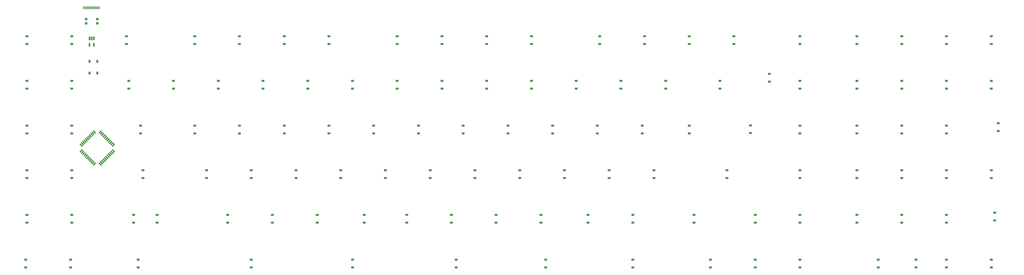
<source format=gbp>
G04 #@! TF.GenerationSoftware,KiCad,Pcbnew,(5.0.0-rc2-dev-733-g23a9fcd91)*
G04 #@! TF.CreationDate,2018-05-31T02:42:35-04:00*
G04 #@! TF.ProjectId,100plus,313030706C75732E6B696361645F7063,rev?*
G04 #@! TF.SameCoordinates,Original*
G04 #@! TF.FileFunction,Paste,Bot*
G04 #@! TF.FilePolarity,Positive*
%FSLAX45Y45*%
G04 Gerber Fmt 4.5, Leading zero omitted, Abs format (unit mm)*
G04 Created by KiCad (PCBNEW (5.0.0-rc2-dev-733-g23a9fcd91)) date 05/31/18 02:42:35*
%MOMM*%
%LPD*%
G01*
G04 APERTURE LIST*
%ADD10R,1.200000X0.900000*%
%ADD11R,0.900000X1.200000*%
%ADD12R,0.300000X1.150000*%
%ADD13R,0.600000X1.150000*%
%ADD14R,1.000000X0.995000*%
%ADD15R,0.650000X1.560000*%
%ADD16C,0.550000*%
%ADD17C,0.100000*%
G04 APERTURE END LIST*
D10*
X11700000Y-15235000D03*
X11700000Y-15565000D03*
X32900000Y-13335000D03*
X32900000Y-13665000D03*
D11*
X9763125Y-10600000D03*
X9433125Y-10600000D03*
X9763125Y-11100000D03*
X9433125Y-11100000D03*
D10*
X6776250Y-9865000D03*
X6776250Y-9535000D03*
X8676250Y-9535000D03*
X8676250Y-9865000D03*
X11000000Y-9865000D03*
X11000000Y-9535000D03*
X13900000Y-9535000D03*
X13900000Y-9865000D03*
X15800000Y-9865000D03*
X15800000Y-9535000D03*
X17700000Y-9535000D03*
X17700000Y-9865000D03*
X19600000Y-9865000D03*
X19600000Y-9535000D03*
X22500000Y-9535000D03*
X22500000Y-9865000D03*
X24400000Y-9865000D03*
X24400000Y-9535000D03*
X26300000Y-9865000D03*
X26300000Y-9535000D03*
X28200000Y-9865000D03*
X28200000Y-9535000D03*
X31100000Y-9535000D03*
X31100000Y-9865000D03*
X33000000Y-9865000D03*
X33000000Y-9535000D03*
X34900000Y-9535000D03*
X34900000Y-9865000D03*
X36800000Y-9865000D03*
X36800000Y-9535000D03*
X39600000Y-9535000D03*
X39600000Y-9865000D03*
X42023750Y-9865000D03*
X42023750Y-9535000D03*
X43923750Y-9535000D03*
X43923750Y-9865000D03*
X45823750Y-9865000D03*
X45823750Y-9535000D03*
X47723750Y-9535000D03*
X47723750Y-9865000D03*
X6776250Y-11765000D03*
X6776250Y-11435000D03*
X8676250Y-11435000D03*
X8676250Y-11765000D03*
X11100000Y-11765000D03*
X11100000Y-11435000D03*
X13000000Y-11435000D03*
X13000000Y-11765000D03*
X14900000Y-11765000D03*
X14900000Y-11435000D03*
X16800000Y-11435000D03*
X16800000Y-11765000D03*
X18700000Y-11765000D03*
X18700000Y-11435000D03*
X20600000Y-11435000D03*
X20600000Y-11765000D03*
X22500000Y-11765000D03*
X22500000Y-11435000D03*
X24400000Y-11435000D03*
X24400000Y-11765000D03*
X26300000Y-11435000D03*
X26300000Y-11765000D03*
X28200000Y-11435000D03*
X28200000Y-11765000D03*
X30100000Y-11765000D03*
X30100000Y-11435000D03*
X32000000Y-11435000D03*
X32000000Y-11765000D03*
X33900000Y-11765000D03*
X33900000Y-11435000D03*
X36200000Y-11435000D03*
X36200000Y-11765000D03*
X38300000Y-11465000D03*
X38300000Y-11135000D03*
X39600000Y-11435000D03*
X39600000Y-11765000D03*
X42023750Y-11765000D03*
X42023750Y-11435000D03*
X43923750Y-11435000D03*
X43923750Y-11765000D03*
X45823750Y-11435000D03*
X45823750Y-11765000D03*
X47723750Y-11435000D03*
X47723750Y-11765000D03*
X6776250Y-13665000D03*
X6776250Y-13335000D03*
X8676250Y-13335000D03*
X8676250Y-13665000D03*
X11600000Y-13665000D03*
X11600000Y-13335000D03*
X13900000Y-13335000D03*
X13900000Y-13665000D03*
X15800000Y-13665000D03*
X15800000Y-13335000D03*
X17700000Y-13335000D03*
X17700000Y-13665000D03*
X19600000Y-13665000D03*
X19600000Y-13335000D03*
X21500000Y-13335000D03*
X21500000Y-13665000D03*
X23400000Y-13665000D03*
X23400000Y-13335000D03*
X25300000Y-13335000D03*
X25300000Y-13665000D03*
X27200000Y-13665000D03*
X27200000Y-13335000D03*
X29100000Y-13335000D03*
X29100000Y-13665000D03*
X31000000Y-13665000D03*
X31000000Y-13335000D03*
X34900000Y-13665000D03*
X34900000Y-13335000D03*
X37497000Y-13326000D03*
X37497000Y-13656000D03*
X39600000Y-13665000D03*
X39600000Y-13335000D03*
X42023750Y-13335000D03*
X42023750Y-13665000D03*
X43923750Y-13665000D03*
X43923750Y-13335000D03*
X45823750Y-13335000D03*
X45823750Y-13665000D03*
X48023750Y-13565000D03*
X48023750Y-13235000D03*
X6776250Y-15235000D03*
X6776250Y-15565000D03*
X8676250Y-15565000D03*
X8676250Y-15235000D03*
X14400000Y-15565000D03*
X14400000Y-15235000D03*
X16300000Y-15235000D03*
X16300000Y-15565000D03*
X18200000Y-15565000D03*
X18200000Y-15235000D03*
X20100000Y-15235000D03*
X20100000Y-15565000D03*
X22000000Y-15565000D03*
X22000000Y-15235000D03*
X23900000Y-15235000D03*
X23900000Y-15565000D03*
X25800000Y-15565000D03*
X25800000Y-15235000D03*
X27700000Y-15565000D03*
X27700000Y-15235000D03*
X29600000Y-15565000D03*
X29600000Y-15235000D03*
X31500000Y-15235000D03*
X31500000Y-15565000D03*
X33400000Y-15565000D03*
X33400000Y-15235000D03*
X36500000Y-15235000D03*
X36500000Y-15565000D03*
X39600000Y-15565000D03*
X39600000Y-15235000D03*
X42023750Y-15235000D03*
X42023750Y-15565000D03*
X43923750Y-15565000D03*
X43923750Y-15235000D03*
X45823750Y-15235000D03*
X45823750Y-15565000D03*
X47723750Y-15565000D03*
X47723750Y-15235000D03*
X6776250Y-17465000D03*
X6776250Y-17135000D03*
X8676250Y-17465000D03*
X8676250Y-17135000D03*
X11300000Y-17465000D03*
X11300000Y-17135000D03*
X12300000Y-17135000D03*
X12300000Y-17465000D03*
X15300000Y-17465000D03*
X15300000Y-17135000D03*
X17200000Y-17135000D03*
X17200000Y-17465000D03*
X19100000Y-17135000D03*
X19100000Y-17465000D03*
X21100000Y-17465000D03*
X21100000Y-17135000D03*
X22900000Y-17135000D03*
X22900000Y-17465000D03*
X24800000Y-17135000D03*
X24800000Y-17465000D03*
X26700000Y-17135000D03*
X26700000Y-17465000D03*
X28600000Y-17135000D03*
X28600000Y-17465000D03*
X30600000Y-17135000D03*
X30600000Y-17465000D03*
X32500000Y-17135000D03*
X32500000Y-17465000D03*
X35100000Y-17465000D03*
X35100000Y-17135000D03*
X37700000Y-17465000D03*
X37700000Y-17135000D03*
X39600000Y-17135000D03*
X39600000Y-17465000D03*
X42023750Y-17135000D03*
X42023750Y-17465000D03*
X43923750Y-17135000D03*
X43923750Y-17465000D03*
X45823750Y-17135000D03*
X45823750Y-17465000D03*
X47873750Y-17365000D03*
X47873750Y-17035000D03*
X6726250Y-19365000D03*
X6726250Y-19035000D03*
X8626250Y-19365000D03*
X8626250Y-19035000D03*
X11500000Y-19035000D03*
X11500000Y-19365000D03*
X16300000Y-19035000D03*
X16300000Y-19365000D03*
X20600000Y-19365000D03*
X20600000Y-19035000D03*
X25000000Y-19365000D03*
X25000000Y-19035000D03*
X28800000Y-19365000D03*
X28800000Y-19035000D03*
X32500000Y-19035000D03*
X32500000Y-19365000D03*
X35800000Y-19365000D03*
X35800000Y-19035000D03*
X37700000Y-19365000D03*
X37700000Y-19035000D03*
X39600000Y-19365000D03*
X39600000Y-19035000D03*
X42923750Y-19365000D03*
X42923750Y-19035000D03*
X44523750Y-19365000D03*
X44523750Y-19035000D03*
X45823750Y-19035000D03*
X45823750Y-19365000D03*
X47723750Y-19365000D03*
X47723750Y-19035000D03*
D12*
X9492380Y-8326400D03*
D13*
X9837380Y-8326400D03*
X9757380Y-8326400D03*
X9277380Y-8326400D03*
X9197380Y-8326400D03*
D12*
X9542380Y-8326400D03*
X9592380Y-8326400D03*
X9642380Y-8326400D03*
X9692380Y-8326400D03*
X9442380Y-8326400D03*
X9392380Y-8326400D03*
X9342380Y-8326400D03*
D14*
X9763125Y-8810625D03*
X9763125Y-8988125D03*
X9286875Y-8988750D03*
X9286875Y-8811250D03*
D15*
X9430000Y-9630000D03*
X9525000Y-9630000D03*
X9620000Y-9630000D03*
X9620000Y-9900000D03*
X9430000Y-9900000D03*
D16*
X9642917Y-14973394D03*
D17*
G36*
X9609329Y-15045872D02*
X9570438Y-15006981D01*
X9676504Y-14900915D01*
X9715395Y-14939806D01*
X9609329Y-15045872D01*
X9609329Y-15045872D01*
G37*
D16*
X9586348Y-14916825D03*
D17*
G36*
X9552761Y-14989303D02*
X9513870Y-14950413D01*
X9619936Y-14844347D01*
X9658827Y-14883237D01*
X9552761Y-14989303D01*
X9552761Y-14989303D01*
G37*
D16*
X9529780Y-14860256D03*
D17*
G36*
X9496192Y-14932735D02*
X9457301Y-14893844D01*
X9563367Y-14787778D01*
X9602258Y-14826669D01*
X9496192Y-14932735D01*
X9496192Y-14932735D01*
G37*
D16*
X9473211Y-14803688D03*
D17*
G36*
X9439624Y-14876166D02*
X9400733Y-14837276D01*
X9506799Y-14731210D01*
X9545690Y-14770100D01*
X9439624Y-14876166D01*
X9439624Y-14876166D01*
G37*
D16*
X9416643Y-14747119D03*
D17*
G36*
X9383055Y-14819598D02*
X9344164Y-14780707D01*
X9450230Y-14674641D01*
X9489121Y-14713532D01*
X9383055Y-14819598D01*
X9383055Y-14819598D01*
G37*
D16*
X9360074Y-14690551D03*
D17*
G36*
X9326487Y-14763029D02*
X9287596Y-14724138D01*
X9393662Y-14618072D01*
X9432553Y-14656963D01*
X9326487Y-14763029D01*
X9326487Y-14763029D01*
G37*
D16*
X9303506Y-14633982D03*
D17*
G36*
X9269918Y-14706461D02*
X9231027Y-14667570D01*
X9337093Y-14561504D01*
X9375984Y-14600395D01*
X9269918Y-14706461D01*
X9269918Y-14706461D01*
G37*
D16*
X9246937Y-14577414D03*
D17*
G36*
X9213349Y-14649892D02*
X9174459Y-14611001D01*
X9280525Y-14504935D01*
X9319415Y-14543826D01*
X9213349Y-14649892D01*
X9213349Y-14649892D01*
G37*
D16*
X9190369Y-14520845D03*
D17*
G36*
X9156781Y-14593324D02*
X9117890Y-14554433D01*
X9223956Y-14448367D01*
X9262847Y-14487258D01*
X9156781Y-14593324D01*
X9156781Y-14593324D01*
G37*
D16*
X9133800Y-14464277D03*
D17*
G36*
X9100212Y-14536755D02*
X9061322Y-14497864D01*
X9167388Y-14391798D01*
X9206278Y-14430689D01*
X9100212Y-14536755D01*
X9100212Y-14536755D01*
G37*
D16*
X9077231Y-14407708D03*
D17*
G36*
X9043644Y-14480187D02*
X9004753Y-14441296D01*
X9110819Y-14335230D01*
X9149710Y-14374121D01*
X9043644Y-14480187D01*
X9043644Y-14480187D01*
G37*
D16*
X9077231Y-14167292D03*
D17*
G36*
X9004753Y-14133704D02*
X9043644Y-14094813D01*
X9149710Y-14200879D01*
X9110819Y-14239770D01*
X9004753Y-14133704D01*
X9004753Y-14133704D01*
G37*
D16*
X9133800Y-14110723D03*
D17*
G36*
X9061322Y-14077136D02*
X9100212Y-14038245D01*
X9206278Y-14144311D01*
X9167388Y-14183202D01*
X9061322Y-14077136D01*
X9061322Y-14077136D01*
G37*
D16*
X9190369Y-14054155D03*
D17*
G36*
X9117890Y-14020567D02*
X9156781Y-13981676D01*
X9262847Y-14087742D01*
X9223956Y-14126633D01*
X9117890Y-14020567D01*
X9117890Y-14020567D01*
G37*
D16*
X9246937Y-13997586D03*
D17*
G36*
X9174459Y-13963999D02*
X9213349Y-13925108D01*
X9319415Y-14031174D01*
X9280525Y-14070065D01*
X9174459Y-13963999D01*
X9174459Y-13963999D01*
G37*
D16*
X9303506Y-13941018D03*
D17*
G36*
X9231027Y-13907430D02*
X9269918Y-13868539D01*
X9375984Y-13974605D01*
X9337093Y-14013496D01*
X9231027Y-13907430D01*
X9231027Y-13907430D01*
G37*
D16*
X9360074Y-13884449D03*
D17*
G36*
X9287596Y-13850861D02*
X9326487Y-13811971D01*
X9432553Y-13918037D01*
X9393662Y-13956927D01*
X9287596Y-13850861D01*
X9287596Y-13850861D01*
G37*
D16*
X9416643Y-13827881D03*
D17*
G36*
X9344164Y-13794293D02*
X9383055Y-13755402D01*
X9489121Y-13861468D01*
X9450230Y-13900359D01*
X9344164Y-13794293D01*
X9344164Y-13794293D01*
G37*
D16*
X9473211Y-13771312D03*
D17*
G36*
X9400733Y-13737724D02*
X9439624Y-13698834D01*
X9545690Y-13804900D01*
X9506799Y-13843790D01*
X9400733Y-13737724D01*
X9400733Y-13737724D01*
G37*
D16*
X9529780Y-13714743D03*
D17*
G36*
X9457301Y-13681156D02*
X9496192Y-13642265D01*
X9602258Y-13748331D01*
X9563367Y-13787222D01*
X9457301Y-13681156D01*
X9457301Y-13681156D01*
G37*
D16*
X9586348Y-13658175D03*
D17*
G36*
X9513870Y-13624587D02*
X9552761Y-13585697D01*
X9658827Y-13691763D01*
X9619936Y-13730653D01*
X9513870Y-13624587D01*
X9513870Y-13624587D01*
G37*
D16*
X9642917Y-13601606D03*
D17*
G36*
X9570438Y-13568019D02*
X9609329Y-13529128D01*
X9715395Y-13635194D01*
X9676504Y-13674085D01*
X9570438Y-13568019D01*
X9570438Y-13568019D01*
G37*
D16*
X9883333Y-13601606D03*
D17*
G36*
X9849746Y-13674085D02*
X9810855Y-13635194D01*
X9916921Y-13529128D01*
X9955812Y-13568019D01*
X9849746Y-13674085D01*
X9849746Y-13674085D01*
G37*
D16*
X9939902Y-13658175D03*
D17*
G36*
X9906314Y-13730653D02*
X9867423Y-13691763D01*
X9973489Y-13585697D01*
X10012380Y-13624587D01*
X9906314Y-13730653D01*
X9906314Y-13730653D01*
G37*
D16*
X9996470Y-13714743D03*
D17*
G36*
X9962883Y-13787222D02*
X9923992Y-13748331D01*
X10030058Y-13642265D01*
X10068949Y-13681156D01*
X9962883Y-13787222D01*
X9962883Y-13787222D01*
G37*
D16*
X10053039Y-13771312D03*
D17*
G36*
X10019451Y-13843790D02*
X9980560Y-13804900D01*
X10086626Y-13698834D01*
X10125517Y-13737724D01*
X10019451Y-13843790D01*
X10019451Y-13843790D01*
G37*
D16*
X10109607Y-13827881D03*
D17*
G36*
X10076020Y-13900359D02*
X10037129Y-13861468D01*
X10143195Y-13755402D01*
X10182086Y-13794293D01*
X10076020Y-13900359D01*
X10076020Y-13900359D01*
G37*
D16*
X10166176Y-13884449D03*
D17*
G36*
X10132588Y-13956927D02*
X10093698Y-13918037D01*
X10199764Y-13811971D01*
X10238654Y-13850861D01*
X10132588Y-13956927D01*
X10132588Y-13956927D01*
G37*
D16*
X10222744Y-13941018D03*
D17*
G36*
X10189157Y-14013496D02*
X10150266Y-13974605D01*
X10256332Y-13868539D01*
X10295223Y-13907430D01*
X10189157Y-14013496D01*
X10189157Y-14013496D01*
G37*
D16*
X10279313Y-13997586D03*
D17*
G36*
X10245725Y-14070065D02*
X10206835Y-14031174D01*
X10312901Y-13925108D01*
X10351791Y-13963999D01*
X10245725Y-14070065D01*
X10245725Y-14070065D01*
G37*
D16*
X10335882Y-14054155D03*
D17*
G36*
X10302294Y-14126633D02*
X10263403Y-14087742D01*
X10369469Y-13981676D01*
X10408360Y-14020567D01*
X10302294Y-14126633D01*
X10302294Y-14126633D01*
G37*
D16*
X10392450Y-14110723D03*
D17*
G36*
X10358862Y-14183202D02*
X10319972Y-14144311D01*
X10426038Y-14038245D01*
X10464928Y-14077136D01*
X10358862Y-14183202D01*
X10358862Y-14183202D01*
G37*
D16*
X10449019Y-14167292D03*
D17*
G36*
X10415431Y-14239770D02*
X10376540Y-14200879D01*
X10482606Y-14094813D01*
X10521497Y-14133704D01*
X10415431Y-14239770D01*
X10415431Y-14239770D01*
G37*
D16*
X10449019Y-14407708D03*
D17*
G36*
X10376540Y-14374121D02*
X10415431Y-14335230D01*
X10521497Y-14441296D01*
X10482606Y-14480187D01*
X10376540Y-14374121D01*
X10376540Y-14374121D01*
G37*
D16*
X10392450Y-14464277D03*
D17*
G36*
X10319972Y-14430689D02*
X10358862Y-14391798D01*
X10464928Y-14497864D01*
X10426038Y-14536755D01*
X10319972Y-14430689D01*
X10319972Y-14430689D01*
G37*
D16*
X10335882Y-14520845D03*
D17*
G36*
X10263403Y-14487258D02*
X10302294Y-14448367D01*
X10408360Y-14554433D01*
X10369469Y-14593324D01*
X10263403Y-14487258D01*
X10263403Y-14487258D01*
G37*
D16*
X10279313Y-14577414D03*
D17*
G36*
X10206835Y-14543826D02*
X10245725Y-14504935D01*
X10351791Y-14611001D01*
X10312901Y-14649892D01*
X10206835Y-14543826D01*
X10206835Y-14543826D01*
G37*
D16*
X10222744Y-14633982D03*
D17*
G36*
X10150266Y-14600395D02*
X10189157Y-14561504D01*
X10295223Y-14667570D01*
X10256332Y-14706461D01*
X10150266Y-14600395D01*
X10150266Y-14600395D01*
G37*
D16*
X10166176Y-14690551D03*
D17*
G36*
X10093698Y-14656963D02*
X10132588Y-14618072D01*
X10238654Y-14724138D01*
X10199764Y-14763029D01*
X10093698Y-14656963D01*
X10093698Y-14656963D01*
G37*
D16*
X10109607Y-14747119D03*
D17*
G36*
X10037129Y-14713532D02*
X10076020Y-14674641D01*
X10182086Y-14780707D01*
X10143195Y-14819598D01*
X10037129Y-14713532D01*
X10037129Y-14713532D01*
G37*
D16*
X10053039Y-14803688D03*
D17*
G36*
X9980560Y-14770100D02*
X10019451Y-14731210D01*
X10125517Y-14837276D01*
X10086626Y-14876166D01*
X9980560Y-14770100D01*
X9980560Y-14770100D01*
G37*
D16*
X9996470Y-14860256D03*
D17*
G36*
X9923992Y-14826669D02*
X9962883Y-14787778D01*
X10068949Y-14893844D01*
X10030058Y-14932735D01*
X9923992Y-14826669D01*
X9923992Y-14826669D01*
G37*
D16*
X9939902Y-14916825D03*
D17*
G36*
X9867423Y-14883237D02*
X9906314Y-14844347D01*
X10012380Y-14950413D01*
X9973489Y-14989303D01*
X9867423Y-14883237D01*
X9867423Y-14883237D01*
G37*
D16*
X9883333Y-14973394D03*
D17*
G36*
X9810855Y-14939806D02*
X9849746Y-14900915D01*
X9955812Y-15006981D01*
X9916921Y-15045872D01*
X9810855Y-14939806D01*
X9810855Y-14939806D01*
G37*
M02*

</source>
